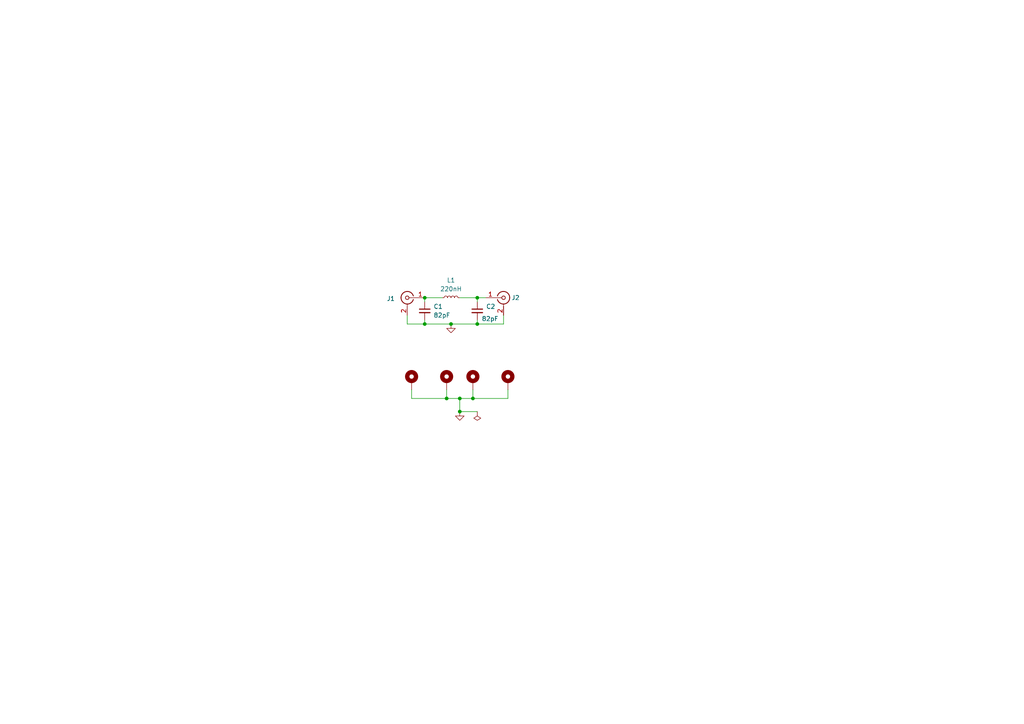
<source format=kicad_sch>
(kicad_sch (version 20240101) (generator "eeschema") (generator_version "8.99")
  (paper "A4")
  (lib_symbols
    (symbol "Connector:Conn_Coaxial" (pin_names (offset 1.016) hide)
      (property "Reference" "J" (at 0.254 3.048 0))
      (property "Value" "Conn_Coaxial" (at 2.921 0 90))
      (symbol "Conn_Coaxial_0_1"
        (arc (start -1.778 -0.508) (mid 0.2311 -1.8066) (end 1.778 0) (stroke (width 0.254)))
        (polyline (pts (xy -2.54 0) (xy -0.508 0)))
        (polyline (pts (xy 0 -2.54) (xy 0 -1.778)))
        (circle (center 0 0) (radius 0.508) (stroke (width 0.2032)))
        (arc (start 1.778 0) (mid 0.2099 1.8101) (end -1.778 0.508) (stroke (width 0.254)))
      )
      (symbol "Conn_Coaxial_1_1"
        (pin passive line (at -5.08 0 0) (length 2.54) (name "In") (number "1"))
        (pin passive line (at 0 -5.08 90) (length 2.54) (name "Ext") (number "2"))
      )
    )
    (symbol "Device:C_Small" (pin_numbers hide) (pin_names (offset 0.254) hide)
      (property "Reference" "C" (at 0.254 1.778 0))
      (property "Value" "C_Small" (at 0.254 -2.032 0))
      (symbol "C_Small_0_1"
        (polyline (pts (xy -1.524 -0.508) (xy 1.524 -0.508)) (stroke (width 0.3302)))
        (polyline (pts (xy -1.524 0.508) (xy 1.524 0.508)) (stroke (width 0.3048)))
      )
      (symbol "C_Small_1_1"
        (pin passive line (at 0 2.54 270) (length 2.032) (name "~") (number "1"))
        (pin passive line (at 0 -2.54 90) (length 2.032) (name "~") (number "2"))
      )
    )
    (symbol "Device:L_Small" (pin_numbers hide) (pin_names (offset 0.254) hide)
      (property "Reference" "L" (at 0.762 1.016 0))
      (property "Value" "L_Small" (at 0.762 -1.016 0))
      (symbol "L_Small_0_1"
        (arc (start 0 -2.032) (mid 0.5058 -1.524) (end 0 -1.016))
        (arc (start 0 -1.016) (mid 0.5058 -0.508) (end 0 0))
        (arc (start 0 0) (mid 0.5058 0.508) (end 0 1.016))
        (arc (start 0 1.016) (mid 0.5058 1.524) (end 0 2.032))
      )
      (symbol "L_Small_1_1"
        (pin passive line (at 0 2.54 270) (length 0.508) (name "~") (number "1"))
        (pin passive line (at 0 -2.54 90) (length 0.508) (name "~") (number "2"))
      )
    )
    (symbol "Mechanical:MountingHole_Pad" (pin_numbers hide) (pin_names (offset 1.016) hide)
      (property "Reference" "H" (at 0 6.35 0))
      (property "Value" "MountingHole_Pad" (at 0 4.445 0))
      (symbol "MountingHole_Pad_0_1"
        (circle (center 0 1.27) (radius 1.27) (stroke (width 1.27)))
      )
      (symbol "MountingHole_Pad_1_1"
        (pin input line (at 0 -2.54 90) (length 2.54) (name "1") (number "1"))
      )
    )
    (symbol "power:GND" (power) (pin_numbers hide) (pin_names (offset 0) hide)
      (property "Value" "GND" (at 0 -3.81 0))
      (symbol "GND_0_1"
        (polyline (pts (xy 0 0) (xy 0 -1.27) (xy 1.27 -1.27) (xy 0 -2.54) (xy -1.27 -1.27) (xy 0 -1.27)))
      )
      (symbol "GND_1_1"
        (pin power_in line (at 0 0 270) (length 0) (name "~") (number "1"))
      )
    )
    (symbol "power:PWR_FLAG" (power) (pin_numbers hide) (pin_names (offset 0) hide)
      (property "Value" "PWR_FLAG" (at 0 3.81 0))
      (symbol "PWR_FLAG_0_0"
        (pin power_out line (at 0 0 90) (length 0) (name "~") (number "1"))
      )
      (symbol "PWR_FLAG_0_1"
        (polyline (pts (xy 0 0) (xy 0 1.27) (xy -1.016 1.905) (xy 0 2.54) (xy 1.016 1.905) (xy 0 1.27)))
      )
    )
  )
  (junction (at 138.43 93.98))
  (junction (at 129.54 115.57))
  (junction (at 133.35 119.38))
  (junction (at 137.16 115.57))
  (junction (at 138.43 86.36))
  (junction (at 133.35 115.57))
  (junction (at 123.19 93.98))
  (junction (at 130.81 93.98))
  (junction (at 123.19 86.36))
  (wire (pts (xy 133.35 115.57) (xy 137.16 115.57)))
  (wire (pts (xy 123.19 93.98) (xy 130.81 93.98)))
  (wire (pts (xy 133.35 119.38) (xy 138.43 119.38)))
  (wire (pts (xy 130.81 93.98) (xy 138.43 93.98)))
  (wire (pts (xy 119.38 115.57) (xy 129.54 115.57)))
  (wire (pts (xy 133.35 86.36) (xy 138.43 86.36)))
  (wire (pts (xy 129.54 115.57) (xy 133.35 115.57)))
  (wire (pts (xy 137.16 113.03) (xy 137.16 115.57)))
  (wire (pts (xy 138.43 86.36) (xy 140.97 86.36)))
  (wire (pts (xy 146.05 93.98) (xy 146.05 91.44)))
  (wire (pts (xy 119.38 113.03) (xy 119.38 115.57)))
  (wire (pts (xy 123.19 86.36) (xy 123.19 87.63)))
  (wire (pts (xy 138.43 87.63) (xy 138.43 86.36)))
  (wire (pts (xy 147.32 115.57) (xy 147.32 113.03)))
  (wire (pts (xy 133.35 115.57) (xy 133.35 119.38)))
  (wire (pts (xy 123.19 86.36) (xy 128.27 86.36)))
  (wire (pts (xy 118.11 93.98) (xy 123.19 93.98)))
  (wire (pts (xy 138.43 92.71) (xy 138.43 93.98)))
  (wire (pts (xy 138.43 93.98) (xy 146.05 93.98)))
  (wire (pts (xy 118.11 91.44) (xy 118.11 93.98)))
  (wire (pts (xy 129.54 113.03) (xy 129.54 115.57)))
  (wire (pts (xy 123.19 92.71) (xy 123.19 93.98)))
  (wire (pts (xy 137.16 115.57) (xy 147.32 115.57)))
  (symbol (lib_id "power:GND") (at 133.35 119.38 0) (unit 1)
    (property "Reference" "#PWR02" (effects (hide yes)))
    (property "Value" "GND" (effects (hide yes)))
    (property "Description" "Power symbol creates a global label with name \"GND\" , ground" (effects (hide yes)))
  )
  (symbol (lib_id "Mechanical:MountingHole_Pad") (at 119.38 110.49 0) (unit 1)
    (property "Reference" "H1" (effects (hide yes)))
    (property "Value" "MountingHole_Pad" (effects (hide yes)))
    (property "Footprint" "MountingHole:MountingHole_2.2mm_M2_Pad" (effects (hide yes)))
  )
  (symbol (lib_id "Mechanical:MountingHole_Pad") (at 147.32 110.49 0) (mirror y) (unit 1)
    (property "Reference" "H4" (effects (hide yes)))
    (property "Value" "MountingHole_Pad" (effects (hide yes)))
    (property "Footprint" "MountingHole:MountingHole_2.2mm_M2_Pad" (effects (hide yes)))
  )
  (symbol (lib_id "power:GND") (at 130.81 93.98 0) (unit 1)
    (property "Reference" "#PWR01" (effects (hide yes)))
    (property "Value" "GND" (effects (hide yes)))
    (property "Description" "Power symbol creates a global label with name \"GND\" , ground" (effects (hide yes)))
  )
  (symbol (lib_id "Connector:Conn_Coaxial") (at 118.11 86.36 0) (mirror y) (unit 1)
    (property "Reference" "J1" (at 114.554 86.614 0) (effects (justify left)))
    (property "Value" "Conn_Coaxial" (effects (hide yes)))
    (property "Footprint" "Connector_Coaxial:SMA_Samtec_SMA-J-P-X-ST-EM1_EdgeMount" (effects (hide yes)))
    (property "Datasheet" " ~" (effects (hide yes)))
    (property "Description" "coaxial connector (BNC, SMA, SMB, SMC, Cinch/RCA, LEMO, ...)" (effects (hide yes)))
  )
  (symbol (lib_id "Device:C_Small") (at 138.43 90.17 0) (unit 1)
    (property "Reference" "C2" (at 140.97 88.9062 0) (effects (justify left)))
    (property "Value" "82pF" (at 139.7 92.456 0) (effects (justify left)))
    (property "Footprint" "Capacitor_SMD:C_1206_3216Metric_Pad1.33x1.80mm_HandSolder" (effects (hide yes)))
    (property "Description" "Unpolarized capacitor, small symbol" (effects (hide yes)))
  )
  (symbol (lib_id "Mechanical:MountingHole_Pad") (at 129.54 110.49 0) (unit 1)
    (property "Reference" "H2" (effects (hide yes)))
    (property "Value" "MountingHole_Pad" (effects (hide yes)))
    (property "Footprint" "MountingHole:MountingHole_2.2mm_M2_Pad" (effects (hide yes)))
  )
  (symbol (lib_id "Device:L_Small") (at 130.81 86.36 90) (unit 1)
    (property "Reference" "L1" (at 130.81 81.28 90))
    (property "Value" "220nH" (at 130.81 83.82 90))
    (property "Footprint" "footprints:FT50-43 INDUCTOR" (effects (hide yes)))
    (property "Description" "Inductor, small symbol" (effects (hide yes)))
  )
  (symbol (lib_id "Mechanical:MountingHole_Pad") (at 137.16 110.49 0) (unit 1)
    (property "Reference" "H3" (effects (hide yes)))
    (property "Value" "MountingHole_Pad" (effects (hide yes)))
    (property "Footprint" "MountingHole:MountingHole_2.2mm_M2_Pad" (effects (hide yes)))
  )
  (symbol (lib_id "power:PWR_FLAG") (at 138.43 119.38 180) (unit 1)
    (property "Reference" "#FLG01" (effects (hide yes)))
    (property "Value" "PWR_FLAG" (effects (hide yes)))
    (property "Description" "Special symbol for telling ERC where power comes from" (effects (hide yes)))
  )
  (symbol (lib_id "Connector:Conn_Coaxial") (at 146.05 86.36 0) (unit 1)
    (property "Reference" "J2" (at 148.336 86.36 0) (effects (justify left)))
    (property "Value" "Conn_Coaxial" (effects (hide yes)))
    (property "Footprint" "Connector_Coaxial:SMA_Samtec_SMA-J-P-X-ST-EM1_EdgeMount" (effects (hide yes)))
    (property "Datasheet" " ~" (effects (hide yes)))
    (property "Description" "coaxial connector (BNC, SMA, SMB, SMC, Cinch/RCA, LEMO, ...)" (effects (hide yes)))
  )
  (symbol (lib_id "Device:C_Small") (at 123.19 90.17 0) (unit 1)
    (property "Reference" "C1" (at 125.73 88.9062 0) (effects (justify left)))
    (property "Value" "82pF" (at 125.73 91.4462 0) (effects (justify left)))
    (property "Footprint" "Capacitor_SMD:C_1206_3216Metric_Pad1.33x1.80mm_HandSolder" (effects (hide yes)))
    (property "Description" "Unpolarized capacitor, small symbol" (effects (hide yes)))
  )
)
</source>
